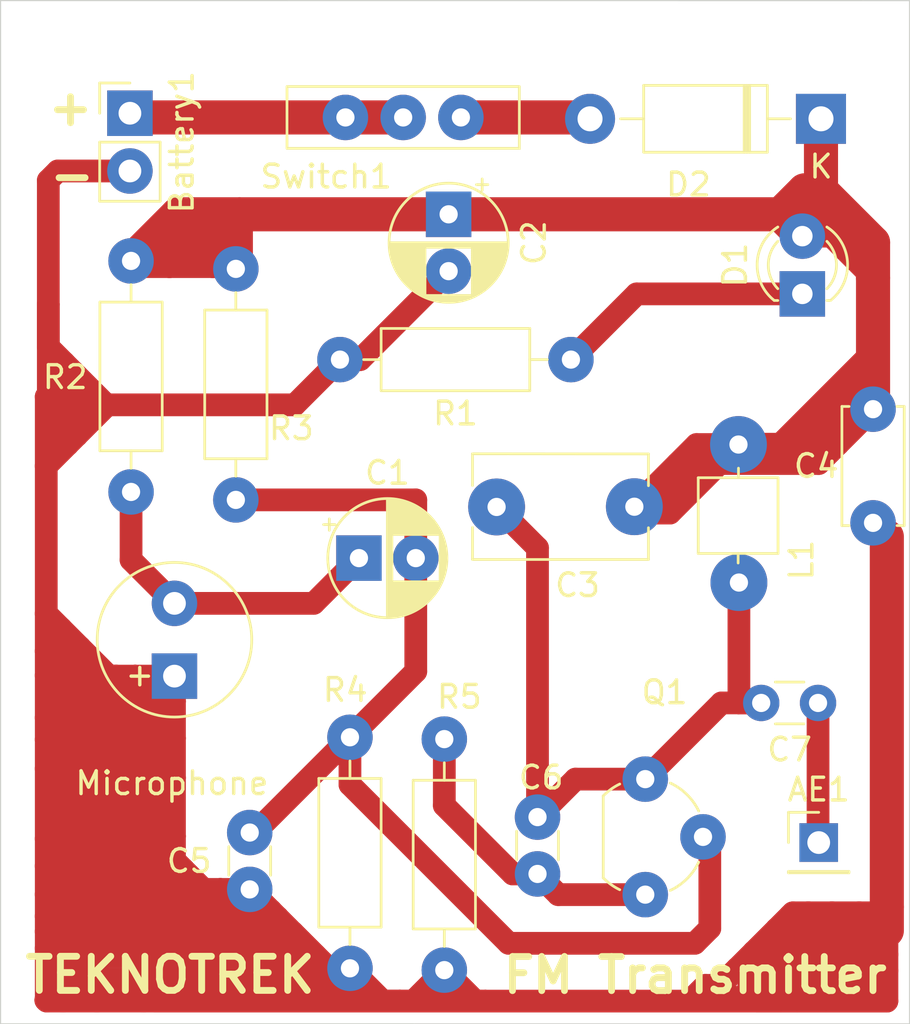
<source format=kicad_pcb>
(kicad_pcb (version 20240108) (generator "pcbnew") (generator_version "8.0")
  (layers (0 "F.Cu" signal) (31 "B.Cu" signal) (34 "B.Paste" user) (35 "F.Paste" user) (36 "B.SilkS" user "B.Silkscreen") (37 "F.SilkS" user "F.Silkscreen") (38 "B.Mask" user) (39 "F.Mask" user) (44 "Edge.Cuts" user))
  (net 0 "")
  (net 1 "Net-(Q1-B)")
  (net 2 "Net-(MK1-+)")
  (net 3 "Net-(D1-A)")
  (net 4 "Net-(Q1-C)")
  (net 5 "Net-(Q1-E)")
  (net 6 "Net-(D1-K)")
  (net 7 "Net-(AE1-A)")
  (net 8 "Net-(Battery1-+)")
  (net 9 "GND")
  (net 10 "Net-(D2-A)")
  (footprint "Connector_PinHeader_2.54mm:PinHeader_1x02_P2.54mm_Vertical" (layer "F.Cu") (at 135.865 75.874737)
    (property "Reference" "Battery1" (at 2.28 1.275 90) (layer "F.SilkS"))
    (property "Value" "9V")
    (pad "1" thru_hole rect (at 0 0) (size 2 2) (drill 1) (layers "*.Cu" "*.Mask") (net 8 "Net-(Battery1-+)"))
    (pad "2" thru_hole circle (at 0 2.54) (size 2 2) (drill 1) (layers "*.Cu" "*.Mask") (net 9 "GND"))
  )
  (footprint "YeniFoot:C_Disc_D6.0mm_W4.4mm_P6.00mm_x" (layer "F.Cu") (at 158.055 93.179737 180)
    (property "Reference" "C3" (at 2.5 -3.45 180) (layer "F.SilkS"))
    (property "Value" "0-30pF")
    (pad "1" thru_hole circle (at 0 0 180) (size 2.5 2.5) (drill 0.8) (layers "*.Cu" "*.Mask") (net 3 "Net-(D1-A)"))
    (pad "2" thru_hole circle (at 6.06 -0.01 180) (size 2.5 2.5) (drill 0.8) (layers "*.Cu" "*.Mask") (net 4 "Net-(Q1-C)"))
  )
  (footprint "LED_THT:LED_D3.0mm" (layer "F.Cu") (at 165.445 83.819737 90)
    (property "Reference" "D1" (at 1.27 -2.96 90) (layer "F.SilkS"))
    (property "Value" "LED")
    (pad "1" thru_hole rect (at 0 0 90) (size 2 2) (drill 0.9) (layers "*.Cu" "*.Mask") (net 6 "Net-(D1-K)"))
    (pad "2" thru_hole circle (at 2.54 0 90) (size 2 2) (drill 0.9) (layers "*.Cu" "*.Mask") (net 3 "Net-(D1-A)"))
  )
  (footprint "Connector_PinHeader_2.54mm:PinHeader_1x01_P2.54mm_Vertical" (layer "F.Cu") (at 166.165 107.949737)
    (property "Reference" "AE1" (at 0 -2.33 0) (layer "F.SilkS"))
    (property "Value" "Antenna" (hide yes))
    (pad "1" thru_hole rect (at 0 0) (size 1.7 1.7) (drill 1) (layers "*.Cu" "*.Mask") (net 7 "Net-(AE1-A)"))
  )
  (footprint "Buzzer_Beeper:MagneticBuzzer_Kingstate_KCG0601" (layer "F.Cu") (at 137.825 100.629737 90)
    (property "Reference" "MK1" (hide yes))
    (property "Value" "Microphone" (at -4.71 -0.11 0) (layer "F.SilkS"))
    (fp_text user "+" (at 0 -1.6 -90) (layer "F.SilkS"))
    (pad "1" thru_hole rect (at 0 0 90) (size 2 2) (drill 1) (layers "*.Cu" "*.Mask") (net 9 "GND"))
    (pad "2" thru_hole circle (at 3.2 0 90) (size 2 2) (drill 1) (layers "*.Cu" "*.Mask") (net 2 "Net-(MK1-+)"))
  )
  (footprint "Capacitor_THT:C_Disc_D3.0mm_W1.6mm_P2.50mm" (layer "F.Cu") (at 141.135 110.009737 90)
    (property "Reference" "C5" (at 1.249737 -2.665 180) (layer "F.SilkS"))
    (property "Value" "680pF")
    (pad "1" thru_hole circle (at 0 0 90) (size 2 2) (drill 0.8) (layers "*.Cu" "*.Mask") (net 9 "GND"))
    (pad "2" thru_hole circle (at 2.5 0 90) (size 2 2) (drill 0.8) (layers "*.Cu" "*.Mask") (net 1 "Net-(Q1-B)"))
  )
  (footprint "Capacitor_THT:CP_Radial_D5.0mm_P2.50mm" (layer "F.Cu") (at 149.885 80.319737 -90)
    (property "Reference" "C2" (at 1.25 -3.75 -90) (layer "F.SilkS"))
    (property "Value" "47uF")
    (pad "1" thru_hole rect (at 0 0 270) (size 2 2) (drill 0.8) (layers "*.Cu" "*.Mask") (net 3 "Net-(D1-A)"))
    (pad "2" thru_hole circle (at 2.5 0 270) (size 2 2) (drill 0.8) (layers "*.Cu" "*.Mask") (net 9 "GND"))
  )
  (footprint "Resistor_THT:R_Axial_DIN0207_L6.3mm_D2.5mm_P10.16mm_Horizontal" (layer "F.Cu") (at 135.915 82.369737 -90)
    (property "Reference" "R2" (at 5.11 2.9 0) (layer "F.SilkS"))
    (property "Value" "10K")
    (pad "1" thru_hole circle (at 0 0 270) (size 2 2) (drill 0.8) (layers "*.Cu" "*.Mask") (net 3 "Net-(D1-A)"))
    (pad "2" thru_hole oval (at 10.16 0 270) (size 2 2) (drill 0.8) (layers "*.Cu" "*.Mask") (net 2 "Net-(MK1-+)"))
  )
  (footprint "Capacitor_THT:C_Disc_D5.0mm_W2.5mm_P5.00mm" (layer "F.Cu") (at 168.555 93.889737 90)
    (property "Reference" "C4" (at 2.5 -2.5 180) (layer "F.SilkS"))
    (property "Value" "1nF")
    (pad "1" thru_hole circle (at 0 0 90) (size 2 2) (drill 0.8) (layers "*.Cu" "*.Mask") (net 9 "GND"))
    (pad "2" thru_hole circle (at 5 0 90) (size 2 2) (drill 0.8) (layers "*.Cu" "*.Mask") (net 3 "Net-(D1-A)"))
  )
  (footprint "YeniFoot:L_Axial_L7.0mm_D3.3mm_P6.00mm_Horizontal_Fastron" (layer "F.Cu") (at 162.635 90.444737 -90)
    (property "Reference" "L1" (at 5.08 -2.77 90) (layer "F.SilkS"))
    (property "Value" "L")
    (pad "1" thru_hole circle (at 0 0 270) (size 2.5 2.5) (drill 0.8) (layers "*.Cu" "*.Mask") (net 3 "Net-(D1-A)"))
    (pad "2" thru_hole circle (at 6.07 -0.02 270) (size 2.5 2.5) (drill 0.8) (layers "*.Cu" "*.Mask") (net 4 "Net-(Q1-C)"))
  )
  (footprint "Resistor_THT:R_Axial_DIN0207_L6.3mm_D2.5mm_P10.16mm_Horizontal" (layer "F.Cu") (at 140.525 82.719737 -90)
    (property "Reference" "R3" (at 7.01 -2.44 0) (layer "F.SilkS"))
    (property "Value" "47K")
    (pad "1" thru_hole circle (at 0 0 270) (size 2 2) (drill 0.8) (layers "*.Cu" "*.Mask") (net 3 "Net-(D1-A)"))
    (pad "2" thru_hole oval (at 10.16 0 270) (size 2 2) (drill 0.8) (layers "*.Cu" "*.Mask") (net 1 "Net-(Q1-B)"))
  )
  (footprint "Package_TO_SOT_THT:TO-92_Wide" (layer "F.Cu") (at 158.535 105.159737 -90)
    (property "Reference" "Q1" (at -3.82 -0.85 180) (layer "F.SilkS"))
    (property "Value" "BC548")
    (pad "1" thru_hole circle (at 0 0 270) (size 2 2) (drill 0.8) (layers "*.Cu" "*.Mask") (net 4 "Net-(Q1-C)"))
    (pad "2" thru_hole circle (at 2.54 -2.54 270) (size 2 2) (drill 0.8) (layers "*.Cu" "*.Mask") (net 1 "Net-(Q1-B)"))
    (pad "3" thru_hole circle (at 5.08 0 270) (size 2 2) (drill 0.8) (layers "*.Cu" "*.Mask") (net 5 "Net-(Q1-E)"))
  )
  (footprint "Resistor_THT:R_Axial_DIN0207_L6.3mm_D2.5mm_P10.16mm_Horizontal" (layer "F.Cu") (at 145.545 103.319737 -90)
    (property "Reference" "R4" (at -2.08 0.21 0) (layer "F.SilkS"))
    (property "Value" "10K")
    (pad "1" thru_hole circle (at 0 0 270) (size 2 2) (drill 0.8) (layers "*.Cu" "*.Mask") (net 1 "Net-(Q1-B)"))
    (pad "2" thru_hole oval (at 10.16 0 270) (size 2 2) (drill 0.8) (layers "*.Cu" "*.Mask") (net 9 "GND"))
  )
  (footprint "Resistor_THT:R_Axial_DIN0207_L6.3mm_D2.5mm_P10.16mm_Horizontal" (layer "F.Cu") (at 149.695 103.399737 -90)
    (property "Reference" "R5" (at -1.86 -0.66 0) (layer "F.SilkS"))
    (property "Value" "150R")
    (pad "1" thru_hole circle (at 0 0 270) (size 2 2) (drill 0.8) (layers "*.Cu" "*.Mask") (net 5 "Net-(Q1-E)"))
    (pad "2" thru_hole circle (at 10.16 0 270) (size 2 2) (drill 0.8) (layers "*.Cu" "*.Mask") (net 9 "GND"))
  )
  (footprint "Capacitor_THT:CP_Radial_D5.0mm_P2.50mm" (layer "F.Cu") (at 145.939888 95.439737)
    (property "Reference" "C1" (at 1.25 -3.75 0) (layer "F.SilkS"))
    (property "Value" "1uF")
    (pad "1" thru_hole rect (at 0 0) (size 2 2) (drill 0.8) (layers "*.Cu" "*.Mask") (net 2 "Net-(MK1-+)"))
    (pad "2" thru_hole circle (at 2.5 0) (size 2 2) (drill 0.8) (layers "*.Cu" "*.Mask") (net 1 "Net-(Q1-B)"))
  )
  (footprint "Resistor_THT:R_Axial_DIN0207_L6.3mm_D2.5mm_P10.16mm_Horizontal" (layer "F.Cu") (at 155.265 86.709737 180)
    (property "Reference" "R1" (at 5.08 -2.37 180) (layer "F.SilkS"))
    (property "Value" "2.2K")
    (pad "1" thru_hole circle (at 0 0 180) (size 2 2) (drill 0.8) (layers "*.Cu" "*.Mask") (net 6 "Net-(D1-K)"))
    (pad "2" thru_hole oval (at 10.16 0 180) (size 2 2) (drill 0.8) (layers "*.Cu" "*.Mask") (net 9 "GND"))
  )
  (footprint "Capacitor_THT:C_Disc_D3.0mm_W1.6mm_P2.50mm" (layer "F.Cu") (at 166.135 101.809737 180)
    (property "Reference" "C7" (at 1.25 -2.05 180) (layer "F.SilkS"))
    (property "Value" "4pF")
    (pad "1" thru_hole circle (at 0 0 180) (size 1.6 1.6) (drill 0.8) (layers "*.Cu" "*.Mask") (net 7 "Net-(AE1-A)"))
    (pad "2" thru_hole circle (at 2.5 0 180) (size 1.6 1.6) (drill 0.8) (layers "*.Cu" "*.Mask") (net 4 "Net-(Q1-C)"))
  )
  (footprint "Button_Switch_THT:SW_Slide-03_Wuerth-WS-SLTV_10x2.5x6.4_P2.54mm" (layer "F.Cu") (at 147.885 76.059737 180)
    (property "Reference" "Switch1" (at 3.39 -2.6 180) (layer "F.SilkS"))
    (property "Value" "SW" (hide yes))
    (pad "1" thru_hole circle (at 0 0 180) (size 2 2) (drill 0.8) (layers "*.Cu" "*.Mask") (net 8 "Net-(Battery1-+)"))
    (pad "2" thru_hole circle (at -2.54 0 180) (size 2 2) (drill 0.8) (layers "*.Cu" "*.Mask") (net 10 "Net-(D2-A)"))
    (pad "3" thru_hole circle (at 2.54 0 180) (size 2 2) (drill 0.8) (layers "*.Cu" "*.Mask") (net 8 "Net-(Battery1-+)"))
  )
  (footprint "Diode_THT:D_DO-41_SOD81_P10.16mm_Horizontal" (layer "F.Cu") (at 166.265 76.119737 180)
    (property "Reference" "D2" (at 5.83 -2.89 180) (layer "F.SilkS"))
    (property "Value" "1N4007")
    (fp_text user "K" (at 0 -2.1 180) (layer "F.SilkS"))
    (pad "1" thru_hole rect (at 0 0 180) (size 2.2 2.2) (drill 1.1) (layers "*.Cu" "*.Mask") (net 3 "Net-(D1-A)"))
    (pad "2" thru_hole oval (at 10.16 0 180) (size 2.2 2.2) (drill 1.1) (layers "*.Cu" "*.Mask") (net 10 "Net-(D2-A)"))
  )
  (footprint "Capacitor_THT:C_Disc_D3.0mm_W1.6mm_P2.50mm" (layer "F.Cu") (at 153.795 109.329737 90)
    (property "Reference" "C6" (at 4.24 0.16 180) (layer "F.SilkS"))
    (property "Value" "6.8pF")
    (pad "1" thru_hole circle (at 0 0 90) (size 2 2) (drill 0.8) (layers "*.Cu" "*.Mask") (net 5 "Net-(Q1-E)"))
    (pad "2" thru_hole circle (at 2.5 0 90) (size 2 2) (drill 0.8) (layers "*.Cu" "*.Mask") (net 4 "Net-(Q1-C)"))
  )
  (gr_line (start 170.161 70.921737) (end 170.161 115.921737) (stroke (width 0.05)) (layer "Edge.Cuts"))
  (gr_line (start 130.175 70.919737) (end 130.175 115.919737) (stroke (width 0.05)) (layer "Edge.Cuts"))
  (gr_line (start 130.175 115.919737) (end 170.161 115.921737) (stroke (width 0.05)) (layer "Edge.Cuts"))
  (gr_line (start 130.175 70.919737) (end 170.161 70.921737) (stroke (width 0.05)) (layer "Edge.Cuts"))
  (gr_text "FM Transmitter" (at 152.14 114.66 0) (layer "F.SilkS") (effects (font (size 1.5 1.5) (thickness 0.3) (bold yes)) (justify left bottom)))
  (gr_text "-" (at 132.195 79.479737 0) (layer "F.SilkS") (effects (font (size 1.5 1.5) (thickness 0.3) (bold yes)) (justify left bottom)))
  (gr_text "TEKNOTREK" (at 131.11 114.65 0) (layer "F.SilkS") (effects (font (size 1.5 1.5) (thickness 0.3) (bold yes)) (justify left bottom)))
  (gr_text "+" (at 132.125 76.489737 0) (layer "F.SilkS") (effects (font (size 1.5 1.5) (thickness 0.3) (bold yes)) (justify left bottom)))
  (segment (start 161.375 107.999737) (end 161.075 107.699737) (width 1) (layer "F.Cu") (net 1))
  (segment (start 141.135 107.509737) (end 141.355 107.509737) (width 1) (layer "F.Cu") (net 1))
  (segment (start 141.355 107.509737) (end 145.545 103.319737) (width 1) (layer "F.Cu") (net 1))
  (segment (start 145.545 105.399737) (end 152.525 112.379737) (width 1) (layer "F.Cu") (net 1))
  (segment (start 140.525 92.879737) (end 148.439888 92.879737) (width 1) (layer "F.Cu") (net 1))
  (segment (start 148.439888 95.439737) (end 148.439888 100.424849) (width 1) (layer "F.Cu") (net 1))
  (segment (start 161.375 111.719737) (end 161.375 107.999737) (width 1) (layer "F.Cu") (net 1))
  (segment (start 148.439888 92.879737) (end 148.439888 95.439737) (width 1) (layer "F.Cu") (net 1))
  (segment (start 145.545 103.319737) (end 145.545 105.399737) (width 1) (layer "F.Cu") (net 1))
  (segment (start 160.715 112.379737) (end 161.375 111.719737) (width 1) (layer "F.Cu") (net 1))
  (segment (start 148.439888 100.424849) (end 145.545 103.319737) (width 1) (layer "F.Cu") (net 1))
  (segment (start 152.525 112.379737) (end 160.715 112.379737) (width 1) (layer "F.Cu") (net 1))
  (segment (start 143.949888 97.429737) (end 145.939888 95.439737) (width 1) (layer "F.Cu") (net 2))
  (segment (start 135.915 95.519737) (end 137.825 97.429737) (width 1) (layer "F.Cu") (net 2))
  (segment (start 137.945 97.309737) (end 137.825 97.429737) (width 1) (layer "F.Cu") (net 2))
  (segment (start 137.825 97.429737) (end 143.949888 97.429737) (width 1) (layer "F.Cu") (net 2))
  (segment (start 135.915 92.529737) (end 135.915 95.519737) (width 1) (layer "F.Cu") (net 2))
  (segment (start 166.265 79.269737) (end 165.535 79.269737) (width 1.5) (layer "F.Cu") (net 3))
  (segment (start 140.525 82.719737) (end 140.525 80.479737) (width 1.5) (layer "F.Cu") (net 3))
  (segment (start 159.955 91.279737) (end 158.055 93.179737) (width 1) (layer "F.Cu") (net 3))
  (segment (start 168.555 88.889737) (end 167.015 90.429737) (width 1) (layer "F.Cu") (net 3))
  (segment (start 159.62 93.459737) (end 158.335 93.459737) (width 1) (layer "F.Cu") (net 3))
  (segment (start 138.605 81.469737) (end 139.505 82.369737) (width 1.5) (layer "F.Cu") (net 3))
  (segment (start 166.265 76.119737) (end 166.265 79.269737) (width 1.5) (layer "F.Cu") (net 3))
  (segment (start 166.815 88.889737) (end 165.935 89.769737) (width 1) (layer "F.Cu") (net 3))
  (segment (start 166.265 79.269737) (end 166.265 80.459737) (width 1.5) (layer "F.Cu") (net 3))
  (segment (start 165.445 81.279737) (end 165.445001 81.279738) (width 1) (layer "F.Cu") (net 3))
  (segment (start 140.685 80.319737) (end 138.605 80.319737) (width 1.5) (layer "F.Cu") (net 3))
  (segment (start 162.635 90.444737) (end 160.79 90.444737) (width 1) (layer "F.Cu") (net 3))
  (segment (start 140.525 82.719737) (end 139.495 81.689737) (width 1.5) (layer "F.Cu") (net 3))
  (segment (start 165.935 89.769737) (end 165.935 90.429737) (width 1) (layer "F.Cu") (net 3))
  (segment (start 168.555 87.309737) (end 168.395 87.309737) (width 1) (layer "F.Cu") (net 3))
  (segment (start 140.525 80.479737) (end 139.495 80.479737) (width 1.5) (layer "F.Cu") (net 3))
  (segment (start 165.445 81.279737) (end 165.785 80.939737) (width 1) (layer "F.Cu") (net 3))
  (segment (start 164.485 90.429737) (end 162.65 90.429737) (width 1) (layer "F.Cu") (net 3))
  (segment (start 168.395 87.309737) (end 167.615 88.089737) (width 1) (layer "F.Cu") (net 3))
  (segment (start 168.555 83.116945) (end 168.555 88.889737) (width 1.5) (layer "F.Cu") (net 3))
  (segment (start 164.485 80.319737) (end 165.445001 81.279738) (width 1.5) (layer "F.Cu") (net 3))
  (segment (start 160.79 90.444737) (end 159.955 91.279737) (width 1) (layer "F.Cu") (net 3))
  (segment (start 137.605 82.369737) (end 139.505 82.369737) (width 1.5) (layer "F.Cu") (net 3))
  (segment (start 149.885 80.319737) (end 164.485 80.319737) (width 1.5) (layer "F.Cu") (net 3))
  (segment (start 168.555 88.889737) (end 168.555 87.309737) (width 1) (layer "F.Cu") (net 3))
  (segment (start 168.555 86.639737) (end 168.555 83.116945) (width 1) (layer "F.Cu") (net 3))
  (segment (start 166.165 91.279737) (end 167.015 90.429737) (width 1) (layer "F.Cu") (net 3))
  (segment (start 139.495 80.479737) (end 137.605 82.369737) (width 1.5) (layer "F.Cu") (net 3))
  (segment (start 165.935 90.429737) (end 166.175 90.429737) (width 1) (layer "F.Cu") (net 3))
  (segment (start 140.175 82.369737) (end 140.525 82.719737) (width 1.5) (layer "F.Cu") (net 3))
  (segment (start 168.555 83.116945) (end 166.717792 81.279737) (width 1) (layer "F.Cu") (net 3))
  (segment (start 160.985 91.279737) (end 160.955 91.279737) (width 1) (layer "F.Cu") (net 3))
  (segment (start 140.525 80.479737) (end 140.685 80.319737) (width 1.5) (layer "F.Cu") (net 3))
  (segment (start 166.175 90.429737) (end 167.115 89.489737) (width 1) (layer "F.Cu") (net 3))
  (segment (start 139.495 81.689737) (end 139.495 80.479737) (width 1.5) (layer "F.Cu") (net 3))
  (segment (start 168.555 87.309737) (end 168.555 86.639737) (width 1) (layer "F.Cu") (net 3))
  (segment (start 160.955 91.279737) (end 159.525 92.709737) (width 1) (layer "F.Cu") (net 3))
  (segment (start 160.985 91.279737) (end 166.165 91.279737) (width 1) (layer "F.Cu") (net 3))
  (segment (start 162.65 90.429737) (end 162.635 90.444737) (width 1) (layer "F.Cu") (net 3))
  (segment (start 168.555 86.639737) (end 168.275 86.639737) (width 1) (layer "F.Cu") (net 3))
  (segment (start 165.535 79.269737) (end 164.485 80.319737) (width 1.5) (layer "F.Cu") (net 3))
  (segment (start 166.717792 81.279737) (end 165.445 81.279737) (width 1) (layer "F.Cu") (net 3))
  (segment (start 168.555 88.889737) (end 166.815 88.889737) (width 1) (layer "F.Cu") (net 3))
  (segment (start 168.555 81.559737) (end 168.555 83.116945) (width 1.5) (layer "F.Cu") (net 3))
  (segment (start 138.605 80.319737) (end 138.605 81.469737) (width 1.5) (layer "F.Cu") (net 3))
  (segment (start 139.505 82.369737) (end 140.175 82.369737) (width 1.5) (layer "F.Cu") (net 3))
  (segment (start 137.965 80.319737) (end 135.915 82.369737) (width 1.5) (layer "F.Cu") (net 3))
  (segment (start 166.265 79.269737) (end 168.555 81.559737) (width 1.5) (layer "F.Cu") (net 3))
  (segment (start 168.275 86.639737) (end 164.485 90.429737) (width 1) (layer "F.Cu") (net 3))
  (segment (start 159.955 91.279737) (end 160.985 91.279737) (width 1) (layer "F.Cu") (net 3))
  (segment (start 158.335 93.459737) (end 158.055 93.179737) (width 1) (layer "F.Cu") (net 3))
  (segment (start 162.635 90.444737) (end 159.62 93.459737) (width 1) (layer "F.Cu") (net 3))
  (segment (start 135.915 82.369737) (end 137.605 82.369737) (width 1.5) (layer "F.Cu") (net 3))
  (segment (start 165.935 90.429737) (end 164.485 90.429737) (width 1) (layer "F.Cu") (net 3))
  (segment (start 167.015 90.429737) (end 165.935 90.429737) (width 1) (layer "F.Cu") (net 3))
  (segment (start 138.605 80.319737) (end 137.965 80.319737) (width 1.5) (layer "F.Cu") (net 3))
  (segment (start 149.885 80.319737) (end 140.685 80.319737) (width 1.5) (layer "F.Cu") (net 3))
  (segment (start 166.265 80.459737) (end 165.445 81.279737) (width 1.5) (layer "F.Cu") (net 3))
  (segment (start 162.655 96.514737) (end 162.655 101.789737) (width 1) (layer "F.Cu") (net 4))
  (segment (start 158.535 105.159737) (end 155.465 105.159737) (width 1) (layer "F.Cu") (net 4))
  (segment (start 153.795 94.989737) (end 151.995 93.189737) (width 1) (layer "F.Cu") (net 4))
  (segment (start 162.655 101.789737) (end 162.635 101.809737) (width 1) (layer "F.Cu") (net 4))
  (segment (start 163.635 101.809737) (end 161.885 101.809737) (width 1) (layer "F.Cu") (net 4))
  (segment (start 162.635 101.809737) (end 163.635 101.809737) (width 1) (layer "F.Cu") (net 4))
  (segment (start 161.885 101.809737) (end 158.535 105.159737) (width 1) (layer "F.Cu") (net 4))
  (segment (start 155.465 105.159737) (end 153.795 106.829737) (width 1) (layer "F.Cu") (net 4))
  (segment (start 153.795 106.829737) (end 153.795 94.989737) (width 1) (layer "F.Cu") (net 4))
  (segment (start 153.795 109.329737) (end 152.705 109.329737) (width 1) (layer "F.Cu") (net 5))
  (segment (start 152.705 109.329737) (end 149.695 106.319737) (width 1) (layer "F.Cu") (net 5))
  (segment (start 149.695 106.319737) (end 149.695 103.399737) (width 1) (layer "F.Cu") (net 5))
  (segment (start 154.705 110.239737) (end 153.795 109.329737) (width 1) (layer "F.Cu") (net 5))
  (segment (start 158.535 110.239737) (end 154.705 110.239737) (width 1) (layer "F.Cu") (net 5))
  (segment (start 158.155 83.819737) (end 155.265 86.709737) (width 1) (layer "F.Cu") (net 6))
  (segment (start 165.445 83.819737) (end 158.155 83.819737) (width 1) (layer "F.Cu") (net 6))
  (segment (start 166.135 107.919737) (end 166.165 107.949737) (width 1) (layer "F.Cu") (net 7))
  (segment (start 166.135 101.809737) (end 166.135 107.919737) (width 1) (layer "F.Cu") (net 7))
  (segment (start 145.345 76.059737) (end 136.05 76.059737) (width 1.5) (layer "F.Cu") (net 8))
  (segment (start 136.05 76.059737) (end 135.865 75.874737) (width 1) (layer "F.Cu") (net 8))
  (segment (start 147.885 76.059737) (end 145.345 76.059737) (width 1.5) (layer "F.Cu") (net 8))
  (segment (start 134.415 110.159737) (end 134.415 114.919948) (width 1) (layer "F.Cu") (net 9))
  (segment (start 158.173599 114.921138) (end 151.505 114.920804) (width 1) (layer "F.Cu") (net 9))
  (segment (start 136.355 114.810051) (end 136.465 114.920051) (width 1) (layer "F.Cu") (net 9))
  (segment (start 133.665 99.359737) (end 133.38 99.644737) (width 1) (layer "F.Cu") (net 9))
  (segment (start 133.38 99.644737) (end 132.845 100.179737) (width 1) (layer "F.Cu") (net 9))
  (segment (start 132.165 114.879737) (end 132.205101 114.919838) (width 1) (layer "F.Cu") (net 9))
  (segment (start 133.005 109.949737) (end 132.945 110.009737) (width 1) (layer "F.Cu") (net 9))
  (segment (start 165.705 111.039737) (end 165.705 114.431687) (width 1) (layer "F.Cu") (net 9))
  (segment (start 134.685 100.629737) (end 133.855 100.629737) (width 1) (layer "F.Cu") (net 9))
  (segment (start 133.395 87.849737) (end 132.545 88.699737) (width 1) (layer "F.Cu") (net 9))
  (segment (start 139.105 111.009737) (end 139.105 113.329737) (width 1) (layer "F.Cu") (net 9))
  (segment (start 162.045 114.920781) (end 160.485 114.920781) (width 1) (layer "F.Cu") (net 9))
  (segment (start 167.795 114.209737) (end 163.875 114.209737) (width 1) (layer "F.Cu") (net 9))
  (segment (start 140.805 112.369737) (end 141.135 112.039737) (width 1) (layer "F.Cu") (net 9))
  (segment (start 132.185 111.189737) (end 132.185 111.859737) (width 1) (layer "F.Cu") (net 9))
  (segment (start 132.945 110.009737) (end 134.565 110.009737) (width 1) (layer "F.Cu") (net 9))
  (segment (start 146.046105 114.920842) (end 147.735227 114.920842) (width 1) (layer "F.Cu") (net 9))
  (segment (start 169.161 114.921687) (end 166.485 114.921687) (width 1) (layer "F.Cu") (net 9))
  (segment (start 136.355 110.009737) (end 136.355 114.810051) (width 1) (layer "F.Cu") (net 9))
  (segment (start 142.365 111.239737) (end 142.065 110.939737) (width 1) (layer "F.Cu") (net 9))
  (segment (start 133.005 109.949737) (end 133.005 110.649737) (width 1) (layer "F.Cu") (net 9))
  (segment (start 136.68 111.424737) (end 133.525 108.269737) (width 1) (layer "F.Cu") (net 9))
  (segment (start 135.175 103.359737) (end 135.175 107.639737) (width 1) (layer "F.Cu") (net 9))
  (segment (start 169.161 112.869737) (end 164.085 112.869737) (width 1) (layer "F.Cu") (net 9))
  (segment (start 137.825 101.739737) (end 136.695 101.739737) (width 1) (layer "F.Cu") (net 9))
  (segment (start 164.505 112.754737) (end 167.715 112.754737) (width 1) (layer "F.Cu") (net 9))
  (segment (start 132.185 114.859737) (end 132.165 114.879737) (width 1) (layer "F.Cu") (net 9))
  (segment (start 133.005 109.299737) (end 134.095 109.299737) (width 1) (layer "F.Cu") (net 9))
  (segment (start 132.845 102.199737) (end 133.105 102.459737) (width 1) (layer "F.Cu") (net 9))
  (segment (start 165.025 111.039737) (end 165.705 111.039737) (width 1) (layer "F.Cu") (net 9))
  (segment (start 134.565 110.009737) (end 135.365 110.009737) (width 1) (layer "F.Cu") (net 9))
  (segment (start 167.945 111.039737) (end 168.505 111.039737) (width 1) (layer "F.Cu") (net 9))
  (segment (start 143.915 114.40045) (end 144.624287 114.40045) (width 1) (layer "F.Cu") (net 9))
  (segment (start 135.315 107.779737) (end 135.315 109.959737) (width 1) (layer "F.Cu") (net 9))
  (segment (start 134.095 109.299737) (end 134.685 109.889737) (width 1) (layer "F.Cu") (net 9))
  (segment (start 132.84 98.874737) (end 132.185 99.529737) (width 1) (layer "F.Cu") (net 9))
  (segment (start 142.065 110.939737) (end 141.635 110.939737) (width 1) (layer "F.Cu") (net 9))
  (segment (start 137.015 107.779737) (end 137.715 107.779737) (width 1) (layer "F.Cu") (net 9))
  (segment (start 137.985 110.009737) (end 138.105 110.009737) (width 1) (layer "F.Cu") (net 9))
  (segment (start 133.005 107.259737) (end 133.525 107.779737) (width 1) (layer "F.Cu") (net 9))
  (segment (start 162.045 114.019737) (end 162.3 113.764737) (width 1) (layer "F.Cu") (net 9))
  (segment (start 164.725 112.159737) (end 165.32 112.754737) (width 1) (layer "F.Cu") (net 9))
  (segment (start 136.095 100.629737) (end 135.275 100.629737) (width 1) (layer "F.Cu") (net 9))
  (segment (start 137.045 112.959737) (end 137.415 113.329737) (width 1) (layer "F.Cu") (net 9))
  (segment (start 134.685 101.169737) (end 134.685 109.889737) (width 1) (layer "F.Cu") (net 9))
  (segment (start 141.565 112.039737) (end 141.565 113.749737) (width 1) (layer "F.Cu") (net 9))
  (segment (start 140.945 111.249737) (end 140.945 111.849737) (width 1) (layer "F.Cu") (net 9))
  (segment (start 137.015 111.759737) (end 136.68 111.424737) (width 1) (layer "F.Cu") (net 9))
  (segment (start 135.915 107.949737) (end 135.915 107.779737) (width 1) (layer "F.Cu") (net 9))
  (segment (start 133.105 102.459737) (end 137.775 102.459737) (width 1) (layer "F.Cu") (net 9))
  (segment (start 142.68 112.894737) (end 141.695 113.879737) (width 1) (layer "F.Cu") (net 9))
  (segment (start 169.161 111.819737) (end 165.065 111.819737) (width 1) (layer "F.Cu") (net 9))
  (segment (start 135.915 107.949737) (end 135.915 109.569737) (width 1) (layer "F.Cu") (net 9))
  (segment (start 164.505 114.921687) (end 163.425906 114.921687) (width 1) (layer "F.Cu") (net 9))
  (segment (start 147.735227 114.920842) (end 146.986105 114.920842) (width 1) (layer "F.Cu") (net 9))
  (segment (start 134.685 109.889737) (end 134.565 110.009737) (width 1) (layer "F.Cu") (net 9))
  (segment (start 135.365 110.009737) (end 136.355 110.009737) (width 1) (layer "F.Cu") (net 9))
  (segment (start 137.015 107.779737) (end 137.015 108.829737) (width 1) (layer "F.Cu") (net 9))
  (segment (start 136.465 114.920051) (end 139.345 114.920195) (width 1) (layer "F.Cu") (net 9))
  (segment (start 165.705 111.039737) (end 166.745 111.039737) (width 1) (layer "F.Cu") (net 9))
  (segment (start 132.185 102.459737) (end 133.105 102.459737) (width 1) (layer "F.Cu") (net 9))
  (segment (start 133.38 99.644737) (end 133.38 99.864737) (width 1) (layer "F.Cu") (net 9))
  (segment (start 140.505 112.369737) (end 140.805 112.369737) (width 1) (layer "F.Cu") (net 9))
  (segment (start 145.105 86.709737) (end 143.115 88.699737) (width 1) (layer "F.Cu") (net 9))
  (segment (start 139.895 111.759737) (end 140.505 112.369737) (width 1) (layer "F.Cu") (net 9))
  (segment (start 163.31 113.644737) (end 163.875 114.209737) (width 1) (layer "F.Cu") (net 9))
  (segment (start 164.505 112.754737) (end 164.505 113.539737) (width 1) (layer "F.Cu") (net 9))
  (segment (start 162.603956 114.920781) (end 169.161 114.920781) (width 1) (layer "F.Cu") (net 9))
  (segment (start 168.245 114.059737) (end 168.095 114.209737) (width 1) (layer "F.Cu") (net 9))
  (segment (start 135.915 107.949737) (end 135.915 101.539737) (width 1) (layer "F.Cu") (net 9))
  (segment (start 132.185 99.529737) (end 132.185 100.599737) (width 1) (layer "F.Cu") (net 9))
  (segment (start 160.485 114.920781) (end 158.173956 114.920781) (width 1) (layer "F.Cu") (net 9))
  (segment (start 137.825 100.629737) (end 137.825 101.739737) (width 1) (layer "F.Cu") (net 9))
  (segment (start 145.105 86.709737) (end 145.995 86.709737) (width 1) (layer "F.Cu") (net 9))
  (segment (start 137.825 102.409737) (end 137.825 103.359737) (width 1) (layer "F.Cu") (net 9))
  (segment (start 142.325 112.599737) (end 143.025 111.899737) (width 1) (layer "F.Cu") (net 9))
  (segment (start 162.603956 114.920781) (end 162.045 114.920781) (width 1) (layer "F.Cu") (net 9))
  (segment (start 136.695 101.739737) (end 136.115 101.739737) (width 1) (layer "F.Cu") (net 9))
  (segment (start 162.42 113.644737) (end 162.3 113.764737) (width 1) (layer "F.Cu") (net 9))
  (segment (start 169.161 113.579737) (end 169.161 114.921687) (width 1) (layer "F.Cu") (net 9))
  (segment (start 139.845 112.369737) (end 140.505 112.369737) (width 1) (layer "F.Cu") (net 9))
  (segment (start 132.725 110.229737) (end 132.945 110.009737) (width 1) (layer "F.Cu") (net 9))
  (segment (start 135.915 101.539737) (end 132.945 101.539737) (width 1) (layer "F.Cu") (net 9))
  (segment (start 133.125 90.089737) (end 133.125 90.449737) (width 1) (layer "F.Cu") (net 9))
  (segment (start 133.53 90.044737) (end 133.53 89.684737) (width 1) (layer "F.Cu") (net 9))
  (segment (start 132.185 111.189737) (end 133.545 111.189737) (width 1) (layer "F.Cu") (net 9))
  (segment (start 139.845 110.009737) (end 141.135 110.009737) (width 1) (layer "F.Cu") (net 9))
  (segment (start 137.415 113.329737) (end 139.105 113.329737) (width 1) (layer "F.Cu") (net 9))
  (segment (start 132.715 114.719873) (end 132.915 114.919873) (width 1) (layer "F.Cu") (net 9))
  (segment (start 132.185 108.979737) (end 132.185 110.229737) (width 1) (layer "F.Cu") (net 9))
  (segment (start 144.624287 114.40045) (end 145.545 113.479737) (width 1) (layer "F.Cu") (net 9))
  (segment (start 162.045 114.920781) (end 162.045 114.019737) (width 1) (layer "F.Cu") (net 9))
  (segment (start 141.135 110.009737) (end 141.135 111.439737) (width 1) (layer "F.Cu") (net 9))
  (segment (start 132.185 97.879737) (end 132.84 98.534737) (width 1) (layer "F.Cu") (net 9))
  (segment (start 143.155 112.894737) (end 142.68 112.894737) (width 1) (layer "F.Cu") (net 9))
  (segment (start 136.695 101.229737) (end 136.695 101.739737) (width 1) (layer "F.Cu") (net 9))
  (segment (start 166.485 114.921687) (end 165.215 114.921687) (width 1) (layer "F.Cu") (net 9))
  (segment (start 163.425906 114.921687) (end 163.425 114.920781) (width 1) (layer "F.Cu") (net 9))
  (segment (start 163.315 114.209737) (end 162.603956 114.920781) (width 1) (layer "F.Cu") (net 9))
  (segment (start 144.435 114.92045) (end 146.275026 114.920542) (width 1) (layer "F.Cu") (net 9))
  (segment (start 134.685 109.889737) (end 134.415 110.159737) (width 1) (layer "F.Cu") (net 9))
  (segment (start 137.015 107.779737) (end 137.015 108.259737) (width 1) (layer "F.Cu") (net 9))
  (segment (start 141.265 114.920291) (end 143.255 114.920391) (width 1) (layer "F.Cu") (net 9))
  (segment (start 132.185 104.699737) (end 132.185 107.779737) (width 1) (layer "F.Cu") (net 9))
  (segment (start 169.161 111.819737) (end 169.161 112.869737) (width 1) (layer "F.Cu") (net 9))
  (segment (start 135.915 107.779737) (end 137.015 107.779737) (width 1) (layer "F.Cu") (net 9))
  (segment (start 133.525 108.269737) (end 133.525 107.779737) (width 1) (layer "F.Cu") (net 9))
  (segment (start 135.915 109.569737) (end 136.355 110.009737) (width 1) (layer "F.Cu") (net 9))
  (segment (start 134.825 88.699737) (end 132.545 88.699737) (width 1) (layer "F.Cu") (net 9))
  (segment (start 169.161 113.579737) (end 164.545 113.579737) (width 1) (layer "F.Cu") (net 9))
  (segment (start 137.825 108.729737) (end 138.225 109.129737) (width 1) (layer "F.Cu") (net 9))
  (segment (start 133.005 103.359737) (end 133.005 107.259737) (width 1) (layer "F.Cu") (net 9))
  (segment (start 141.135 113.309737) (end 139.125 113.309737) (width 1) (layer "F.Cu") (net 9))
  (segment (start 134.685 100.629737) (end 134.685 101.169737) (width 1) (layer "F.Cu") (net 9))
  (segment (start 135.065 108.979737) (end 135.245 108.799737) (width 1) (layer "F.Cu") (net 9))
  (segment (start 137.825 107.669737) (end 137.825 108.729737) (width 1) (layer "F.Cu") (net 9))
  (segment (start 141.135 113.949737) (end 133.195 113.949737) (width 1) (layer "F.Cu") (net 9))
  (segment (start 134.825 88.699737) (end 134.825 88.749737) (width 1) (layer "F.Cu") (net 9))
  (segment (start 162.585 113.479737) (end 163.31 112.754737) (width 1) (layer "F.Cu") (net 9))
  (segment (start 143.115 88.699737) (end 134.825 88.699737) (width 1) (layer "F.Cu") (net 9))
  (segment (start 140.885 111.189737) (end 140.945 111.249737) (width 1) (layer "F.Cu") (net 9))
  (segment (start 132.84 98.534737) (end 132.84 98.874737) (width 1) (layer "F.Cu") (net 9))
  (segment (start 138.225 109.129737) (end 136.145 109.129737) (width 1) (layer "F.Cu") (net 9))
  (segment (start 134.935 100.629737) (end 135.275 100.629737) (width 1) (layer "F.Cu") (net 9))
  (segment (start 135.175 103.359737) (end 133.005 103.359737) (width 1) (layer "F.Cu") (net 9))
  (segment (start 161.176044 114.229737) (end 160.485 114.920781) (width 1) (layer "F.Cu") (net 9))
  (segment (start 132.185 107.779737) (end 132.185 108.979737) (width 1) (layer "F.Cu") (net 9))
  (segment (start 139.125 113.309737) (end 139.105 113.329737) (width 1) (layer "F.Cu") (net 9))
  (segment (start 137.825 100.629737) (end 136.095 100.629737) (width 1) (layer "F.Cu") (net 9))
  (segment (start 133.855 100.629737) (end 132.845 100.629737) (width 1) (layer "F.Cu") (net 9))
  (segment (start 132.185 111.859737) (end 132.185 112.599737) (width 1) (layer "F.Cu") (net 9))
  (segment (start 139.345 114.920195) (end 141.265 114.920291) (width 1) (layer "F.Cu") (net 9))
  (segment (start 168.095 114.209737) (end 167.795 114.209737) (width 1) (layer "F.Cu") (net 9))
  (segment (start 135.865 78.414737) (end 132.69 78.414737) (width 1) (layer "F.Cu") (net 9))
  (segment (start 163.31 112.754737) (end 164.315 111.749737) (width 1) (layer "F.Cu") (net 9))
  (segment (start 169.161 114.920781) (end 169.161 114.921687) (width 1) (layer "F.Cu") (net 9))
  (segment (start 139.105 110.009737) (end 139.845 110.009737) (width 1) (layer "F.Cu") (net 9))
  (segment (start 167.715 112.754737) (end 168.245 112.754737) (width 1) (layer "F.Cu") (net 9))
  (segment (start 132.185 112.599737) (end 132.185 114.859737) (width 1) (layer "F.Cu") (net 9))
  (segment (start 146.986105 114.920842) (end 151.504962 114.920842) (width 1) (layer "F.Cu") (net 9))
  (segment (start 147.735 114.920615) (end 147.735227 114.920842) (width 1) (layer "F.Cu") (net 9))
  (segment (start 144.02 112.894737) (end 143.155 112.894737) (width 1) (layer "F.Cu") (net 9))
  (segment (start 133.005 107.779737) (end 133.005 109.299737) (width 1) (layer "F.Cu") (net 9))
  (segment (start 162.3 113.764737) (end 162.585 113.479737) (width 1) (layer "F.Cu") (net 9))
  (segment (start 145.545 113.479737) (end 144.605 113.479737) (width 1) (layer "F.Cu") (net 9))
  (segment (start 135.915 110.749737) (end 135.915 107.949737) (width 1) (layer "F.Cu") (net 9))
  (segment (start 168.245 112.754737) (end 169.046 112.754737) (width 1) (layer "F.Cu") (net 9))
  (segment (start 169.161 114.921687) (end 169.161 110.779737) (width 1) (layer "F.Cu") (net 9))
  (segment (start 142.065 110.939737) (end 141.135 110.009737) (width 1) (layer "F.Cu") (net 9))
  (segment (start 136.745 103.359737) (end 135.175 103.359737) (width 1) (layer "F.Cu") (net 9))
  (segment (start 141.565 112.039737) (end 141.135 112.039737) (width 1) (layer "F.Cu") (net 9))
  (segment (start 136.355 110.009737) (end 137.985 110.009737) (width 1) (layer "F.Cu") (net 9))
  (segment (start 132.915 114.919873) (end 134.415 114.919948) (width 1) (layer "F.Cu") (net 9))
  (segment (start 136.145 109.129737) (end 135.315 109.959737) (width 1) (layer "F.Cu") (net 9))
  (segment (start 132.275 88.249737) (end 132.185 88.339737) (width 1) (layer "F.Cu") (net 9))
  (segment (start 164.505 113.539737) (end 164.505 114.921687) (width 1) (layer "F.Cu") (net 9))
  (segment (start 164.085 112.869737) (end 163.31 113.644737) (width 1) (layer "F.Cu") (net 9))
  (segment (start 143.025 111.899737) (end 146.046105 114.920842) (width 1) (layer "F.Cu") (net 9))
  (segment (start 132.845 100.629737) (end 132.845 101.639737) (width 1) (layer "F.Cu") (net 9))
  (segment (start 135.275 108.829737) (end 137.015 108.829737) (width 1) (layer "F.Cu") (net 9))
  (segment (start 135.315 109.959737) (end 135.365 110.009737) (width 1) (layer "F.Cu") (net 9))
  (segment (start 149.695 113.559737) (end 151.056044 114.920781) (width 1) (layer "F.Cu") (net 9))
  (segment (start 169.161 94.495737) (end 169.161 110.779737) (width 1.5) (layer "F.Cu") (net 9))
  (segment (start 158.173956 114.920781) (end 158.173599 114.921138) (width 1) (layer "F.Cu") (net 9))
  (segment (start 132.185 110.229737) (end 132.185 111.189737) (width 1) (layer "F.Cu") (net 9))
  (segment (start 132.84 98.534737) (end 133.665 99.359737) (width 1) (layer "F.Cu") (net 9))
  (segment (start 143.215 113.479737) (end 142.255 114.439737) (width 1) (layer "F.Cu") (net 9))
  (segment (start 132.185 88.339737) (end 132.185 91.389737) (width 1) (layer "F.Cu") (net 9))
  (segment (start 165.065 111.819737) (end 164.725 112.159737) (width 1) (layer "F.Cu") (net 9))
  (segment (start 140.885 111.189737) (end 141.135 111.439737) (width 1) (layer "F.Cu") (net 9))
  (segment (start 133.665 99.359737) (end 134.935 100.629737) (width 1) (layer "F.Cu") (net 9))
  (segment (start 132.185 111.859737) (end 136.245 111.859737) (width 1) (layer "F.Cu") (net 9))
  (segment (start 137.715 107.779737) (end 137.825 107.669737) (width 1) (layer "F.Cu") (net 9))
  (segment (start 132.185 108.979737) (end 135.065 108.979737) (width 1) (layer "F.Cu") (net 9))
  (segment (start 135.275 100.629737) (end 134.685 100.629737) (width 1) (layer "F.Cu") (net 9))
  (segment (start 143.805 114.920418) (end 144.435 114.92045) (width 1) (layer "F.Cu") (net 9))
  (segment (start 132.215 100.629737) (end 132.185 100.599737) (width 1) (layer "F.Cu") (net 9))
  (segment (start 132.545 88.699737) (end 132.545 89.509737) (width 1) (layer "F.Cu") (net 9))
  (segment (start 132.245 103.359737) (end 132.185 103.419737) (width 1) (layer "F.Cu") (net 9))
  (segment (start 133.125 90.449737) (end 132.185 91.389737) (width 1) (layer "F.Cu") (net 9))
  (segment (start 141.135 111.439737) (end 141.135 112.039737) (width 1) (layer "F.Cu") (net 9))
  (segment (start 143.155 114.270418) (end 143.805 114.920418) (width 1) (layer "F.Cu") (net 9))
  (segment (start 169.161 112.869737) (end 169.161 113.579737) (width 1) (layer "F.Cu") (net 9))
  (segment (start 165.32 112.754737) (end 167.715 112.754737) (width 1) (layer "F.Cu") (net 9))
  (segment (start 140.075 112.599737) (end 142.325 112.599737) (width 1) (layer "F.Cu") (net 9))
  (segment (start 142.255 114.439737) (end 142.735654 114.920391) (width 1) (layer "F.Cu") (net 9))
  (segment (start 167.945 114.059737) (end 167.795 114.209737) (width 1) (layer "F.Cu") (net 9))
  (segment (start 139.845 110.389737) (end 139.845 112.369737) (width 1) (layer "F.Cu") (net 9))
  (segment (start 146.986105 114.920842) (end 145.545 113.479737) (width 1) (layer "F.Cu") (net 9))
  (segment (start 133.545 111.189737) (end 140.885 111.189737) (width 1) (layer "F.Cu") (net 9))
  (segment (start 166.745 111.039737) (end 166.745 114.661687) (width 1) (layer "F.Cu") (net 9))
  (segment (start 143.025 111.899737) (end 142.365 111.239737) (width 1) (layer "F.Cu") (net 9))
  (segment (start 137.825 103.359737) (end 137.825 105.099737) (width 1) (layer "F.Cu") (net 9))
  (segment (start 169.046 112.754737) (end 169.161 112.869737) (width 1) (layer "F.Cu") (net 9))
  (segment (start 149.695 113.559737) (end 148.334092 114.920645) (width 1) (layer "F.Cu") (net 9))
  (segment (start 166.745 111.039737) (end 167.945 111.039737) (width 1) (layer "F.Cu") (net 9))
  (segment (start 132.545 88.699737) (end 132.185 88.339737) (width 1) (layer "F.Cu") (net 9))
  (segment (start 163.31 113.644737) (end 162.42 113.644737) (width 1) (layer "F.Cu") (net 9))
  (segment (start 133.705 112.959737) (end 135.915 110.749737) (width 1) (layer "F.Cu") (net 9))
  (segment (start 132.975 86.849737) (end 133.395 87.269737) (width 1) (layer "F.Cu") (net 9))
  (segment (start 132.185 91.389737) (end 132.185 97.879737) (width 1) (layer "F.Cu") (net 9))
  (segment (start 135.815 110.649737) (end 135.915 110.749737) (width 1) (layer "F.Cu") (net 9))
  (segment (start 144.605 113.479737) (end 143.915 113.479737) (width 1) (layer "F.Cu") (net 9))
  (segment (start 132.845 100.179737) (end 132.845 100.629737) (width 1) (layer "F.Cu") (net 9))
  (segment (start 132.275 84.279737) (end 132.275 88.249737) (width 1) (layer "F.Cu") (net 9))
  (segment (start 137.265 103.359737) (end 136.745 103.359737) (width 1) (layer "F.Cu") (net 9))
  (segment (start 137.015 108.259737) (end 136.145 109.129737) (width 1) (layer "F.Cu") (net 9))
  (segment (start 137.985 110.009737) (end 139.105 110.009737) (width 1) (layer "F.Cu") (net 9))
  (segment (start 134.825 88.749737) (end 133.53 90.044737) (width 1) (layer "F.Cu") (net 9))
  (segment (start 143.915 113.479737) (end 143.915 114.40045) (width 1) (layer "F.Cu") (net 9))
  (segment (start 135.245 108.799737) (end 135.275 108.829737) (width 1) (layer "F.Cu") (net 9))
  (segment (start 132.69 78.414737) (end 132.275 78.829737) (width 1) (layer "F.Cu") (net 9))
  (segment (start 132.845 100.629737) (end 132.215 100.629737) (width 1) (layer "F.Cu") (net 9))
  (segment (start 137.985 110.009737) (end 137.985 112.599737) (width 1) (layer "F.Cu") (net 9))
  (segment (start 166.745 114.661687) (end 166.485 114.921687) (width 1) (layer "F.Cu") (net 9))
  (segment (start 135.175 107.639737) (end 135.315 107.779737) (width 1) (layer "F.Cu") (net 9))
  (segment (start 132.975 87.519737) (end 132.545 87.949737) (width 1) (layer "F.Cu") (net 9))
  (segment (start 137.825 101.739737) (end 137.825 102.409737) (width 1) (layer "F.Cu") (net 9))
  (segment (start 140.945 111.849737) (end 141.135 112.039737) (width 1) (layer "F.Cu") (net 9))
  (segment (start 132.955 113.709737) (end 133.705 112.959737) (width 1) (layer "F.Cu") (net 9))
  (segment (start 136.115 101.739737) (end 135.915 101.539737) (width 1) (layer "F.Cu") (net 9))
  (segment (start 132.185 97.879737) (end 132.185 99.529737) (width 1) (layer "F.Cu") (net 9))
  (segment (start 132.275 78.829737) (end 132.275 84.279737) (width 1) (layer "F.Cu") (net 9))
  (segment (start 141.135 113.949737) (end 141.135 114.790291) (width 1) (layer "F.Cu") (net 9))
  (segment (start 141.135 114.790291) (end 141.265 114.920291) (width 1) (layer "F.Cu") (net 9))
  (segment (start 139.105 114.680195) (end 139.345 114.920195) (width 1) (layer "F.Cu") (net 9))
  (segment (start 137.265 103.359737) (end 137.265 107.529737) (width 1) (layer "F.Cu") (net 9))
  (segment (start 164.545 113.579737) (end 164.505 113.539737) (width 1) (layer "F.Cu") (net 9))
  (segment (start 151.504962 114.920842) (end 151.505 114.920804) (width 1) (layer "F.Cu") (net 9))
  (segment (start 137.985 112.599737) (end 140.075 112.599737) (width 1) (layer "F.Cu") (net 9))
  (segment (start 132.845 101.639737) (end 132.845 102.199737) (width 1) (layer "F.Cu") (net 9))
  (segment (start 133.005 109.299737) (end 133.005 109.949737) (width 1) (layer "F.Cu") (net 9))
  (segment (start 151.056044 114.920781) (end 151.505 114.920804) (width 1) (layer "F.Cu") (net 9))
  (segment (start 133.855 107.939737) (end 133.525 108.269737) (width 1) (layer "F.Cu") (net 9))
  (segment (start 143.915 113.479737) (end 143.215 113.479737) (width 1) (layer "F.Cu") (net 9))
  (segment (start 139.845 110.389737) (end 140.755 110.389737) (width 1) (layer "F.Cu") (net 9))
  (segment (start 139.845 112.369737) (end 140.075 112.599737) (width 1) (layer "F.Cu") (net 9))
  (segment (start 137.015 111.759737) (end 139.895 111.759737) (width 1) (layer "F.Cu") (net 9))
  (segment (start 164.915 111.149737) (end 165.025 111.039737) (width 1) (layer "F.Cu") (net 9))
  (segment (start 137.775 102.459737) (end 137.825 102.409737) (width 1) (layer "F.Cu") (net 9))
  (segment (start 145.995 86.709737) (end 149.885 82.819737) (width 1) (layer "F.Cu") (net 9))
  (segment (start 133.53 89.684737) (end 133.125 90.089737) (width 1) (layer "F.Cu") (net 9))
  (segment (start 133.525 107.779737) (end 135.315 107.779737) (width 1) (layer "F.Cu") (net 9))
  (segment (start 161.835 114.229737) (end 161.176044 114.229737) (width 1) (layer "F.Cu") (net 9))
  (segment (start 132.185 104.699737) (end 137.425 104.699737) (width 1) (layer "F.Cu") (net 9))
  (segment (start 167.945 111.039737) (end 167.945 114.059737) (width 1) (layer "F.Cu") (net 9))
  (segment (start 142.365 111.239737) (end 141.565 112.039737) (width 1) (layer "F.Cu") (net 9))
  (segment (start 168.555 93.889737) (end 169.161 94.495737) (width 1) (layer "F.Cu") (net 9))
  (segment (start 168.245 112.754737) (end 168.245 114.059737) (width 1) (layer "F.Cu") (net 9))
  (segment (start 138.105 110.009737) (end 139.105 111.009737) (width 1) (layer "F.Cu") (net 9))
  (segment (start 132.275 86.149737) (end 132.975 86.849737) (width 1) (layer "F.Cu") (net 9))
  (segment (start 138.225 109.129737) (end 139.105 110.009737) (width 1) (layer "F.Cu") (net 9))
  (segment (start 132.275 84.279737) (end 132.275 86.149737) (width 1) (layer "F.Cu") (net 9))
  (segment (start 133.38 99.864737) (end 134.685 101.169737) (width 1) (layer "F.Cu") (net 9))
  (segment (start 137.265 107.529737) (end 137.015 107.779737) (width 1) (layer "F.Cu") (net 9))
  (segment (start 132.185 100.599737) (end 132.185 102.459737) (width 1) (layer "F.Cu") (net 9))
  (segment (start 141.135 113.309737) (end 141.135 113.949737) (width 1) (layer "F.Cu") (net 9))
  (segment (start 148.334092 114.920645) (end 147.735 114.920615) (width 1) (layer "F.Cu") (net 9))
  (segment (start 163.31 112.754737) (end 164.505 112.754737) (width 1) (layer "F.Cu") (net 9))
  (segment (start 143.155 112.894737) (end 143.155 114.270418) (width 1) (layer "F.Cu") (net 9))
  (segment (start 163.31 112.754737) (end 163.31 113.644737) (width 1) (layer "F.Cu") (net 9))
  (segment (start 132.975 86.849737) (end 132.975 87.519737) (width 1) (layer "F.Cu") (net 9))
  (segment (start 133.005 103.359737) (end 132.245 103.359737) (width 1) (layer "F.Cu") (net 9))
  (segment (start 163.875 114.209737) (end 163.315 114.209737) (width 1) (layer "F.Cu") (net 9))
  (segment (start 164.315 111.749737) (end 164.915 111.149737) (width 1) (layer "F.Cu") (net 9))
  (segment (start 137.825 105.099737) (end 137.825 107.669737) (width 1) (layer "F.Cu") (net 9))
  (segment (start 136.245 111.859737) (end 136.68 111.424737) (width 1) (layer "F.Cu") (net 9))
  (segment (start 132.715 112.599737) (end 137.985 112.599737) (width 1) (layer "F.Cu") (net 9))
  (segment (start 133.195 113.949737) (end 132.955 113.709737) (width 1) (layer "F.Cu") (net 9))
  (segment (start 135.915 100.809737) (end 136.095 100.629737) (width 1) (layer "F.Cu") (net 9))
  (segment (start 139.105 110.009737) (end 139.105 111.009737) (width 1) (layer "F.Cu") (net 9))
  (segment (start 137.825 103.359737) (end 137.265 103.359737) (width 1) (layer "F.Cu") (net 9))
  (segment (start 143.255 114.920391) (end 143.805 114.920418) (width 1) (layer "F.Cu") (net 9))
  (segment (start 144.605 113.479737) (end 144.02 112.894737) (width 1) (layer "F.Cu") (net 9))
  (segment (start 132.205101 114.919838) (end 132.915 114.919873) (width 1) (layer "F.Cu") (net 9))
  (segment (start 142.735654 114.920391) (end 143.255 114.920391) (width 1) (layer "F.Cu") (net 9))
  (segment (start 133.005 110.649737) (end 135.815 110.649737) (width 1) (layer "F.Cu") (net 9))
  (segment (start 136.745 103.359737) (end 136.745 107.509737) (width 1) (layer "F.Cu") (net 9))
  (segment (start 137.015 108.829737) (end 137.015 111.759737) (width 1) (layer "F.Cu") (net 9))
  (segment (start 135.915 101.539737) (end 135.915 100.809737) (width 1) (layer "F.Cu") (net 9))
  (segment (start 133.005 107.779737) (end 133.525 107.779737) (width 1) (layer "F.Cu") (net 9))
  (segment (start 165.215 114.921687) (end 164.505 114.921687) (width 1) (layer "F.Cu") (net 9))
  (segment (start 136.095 100.629737) (end 136.695 101.229737) (width 1) (layer "F.Cu") (net 9))
  (segment (start 132.185 107.779737) (end 133.005 107.779737) (width 1) (layer "F.Cu") (net 9))
  (segment (start 133.395 87.269737) (end 133.395 87.849737) (width 1) (layer "F.Cu") (net 9))
  (segment (start 163.425 114.920781) (end 162.045 114.920781) (width 1) (layer "F.Cu") (net 9))
  (segment (start 163.315 114.209737) (end 162.585 113.479737) (width 1) (layer "F.Cu") (net 9))
  (segment (start 162.585 113.479737) (end 161.835 114.229737) (width 1) (layer "F.Cu") (net 9))
  (segment (start 132.185 112.599737) (end 132.715 112.599737) (width 1) (layer "F.Cu") (net 9))
  (segment (start 132.545 89.509737) (end 133.125 90.089737) (width 1) (layer "F.Cu") (net 9))
  (segment (start 140.755 110.389737) (end 141.135 110.009737) (width 1) (layer "F.Cu") (net 9))
  (segment (start 133.005 110.649737) (end 133.545 111.189737) (width 1) (layer "F.Cu") (net 9))
  (segment (start 136.745 107.509737) (end 137.015 107.779737) (width 1) (layer "F.Cu") (net 9))
  (segment (start 132.185 102.459737) (end 132.185 103.419737) (width 1) (layer "F.Cu") (net 9))
  (segment (start 132.185 110.229737) (end 132.725 110.229737) (width 1) (layer "F.Cu") (net 9))
  (segment (start 169.161 110.779737) (end 169.161 111.819737) (width 1.5) (layer "F.Cu") (net 9))
  (segment (start 133.855 100.629737) (end 133.855 107.939737) (width 1) (layer "F.Cu") (net 9))
  (segment (start 134.415 114.919948) (end 136.465 114.920051) (width 1) (layer "F.Cu") (net 9))
  (segment (start 135.315 107.779737) (end 135.915 107.779737) (width 1) (layer "F.Cu") (net 9))
  (segment (start 141.695 113.879737) (end 142.255 114.439737) (width 1) (layer "F.Cu") (net 9))
  (segment (start 133.53 89.684737) (end 132.545 88.699737) (width 1) (layer "F.Cu") (net 9))
  (segment (start 137.425 104.699737) (end 137.825 105.099737) (width 1) (layer "F.Cu") (net 9))
  (segment (start 133.395 87.269737) (end 134.825 88.699737) (width 1) (layer "F.Cu") (net 9))
  (segment (start 165.705 114.431687) (end 165.215 114.921687) (width 1) (layer "F.Cu") (net 9))
  (segment (start 143.915 114.40045) (end 144.435 114.92045) (width 1) (layer "F.Cu") (net 9))
  (segment (start 141.135 112.039737) (end 141.135 113.309737) (width 1) (layer "F.Cu") (net 9))
  (segment (start 132.945 101.539737) (end 132.845 101.639737) (width 1) (layer "F.Cu") (net 9))
  (segment (start 132.545 87.949737) (end 132.545 88.699737) (width 1) (layer "F.Cu") (net 9))
  (segment (start 133.53 90.044737) (end 133.125 90.449737) (width 1) (layer "F.Cu") (net 9))
  (segment (start 133.705 112.959737) (end 137.045 112.959737) (width 1) (layer "F.Cu") (net 9))
  (segment (start 164.315 111.749737) (end 164.725 112.159737) (width 1) (layer "F.Cu") (net 9))
  (segment (start 141.635 110.939737) (end 141.135 111.439737) (width 1) (layer "F.Cu") (net 9))
  (segment (start 169.161 99.829737) (end 169.161 98.105737) (width 1) (layer "F.Cu") (net 9))
  (segment (start 144.02 112.894737) (end 143.025 111.899737) (width 1) (layer "F.Cu") (net 9))
  (segment (start 132.185 103.419737) (end 132.185 104.699737) (width 1) (layer "F.Cu") (net 9))
  (segment (start 132.715 112.599737) (end 132.715 114.719873) (width 1) (layer "F.Cu") (net 9))
  (segment (start 141.565 113.749737) (end 141.695 113.879737) (width 1) (layer "F.Cu") (net 9))
  (segment (start 139.105 113.329737) (end 139.105 114.680195) (width 1) (layer "F.Cu") (net 9))
  (segment (start 139.845 110.009737) (end 139.845 110.389737) (width 1) (layer "F.Cu") (net 9))
  (segment (start 150.425 76.059737) (end 156.045 76.059737) (width 1.5) (layer "F.Cu") (net 10))
  (segment (start 156.045 76.059737) (end 156.105 76.119737) (width 1) (layer "F.Cu") (net 10))
)
</source>
